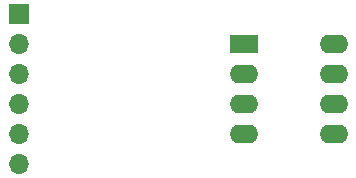
<source format=gbs>
G04 #@! TF.GenerationSoftware,KiCad,Pcbnew,7.0.1*
G04 #@! TF.CreationDate,2023-04-01T18:06:39+02:00*
G04 #@! TF.ProjectId,PMOD SPI Memory,504d4f44-2053-4504-9920-4d656d6f7279,V1.0*
G04 #@! TF.SameCoordinates,Original*
G04 #@! TF.FileFunction,Soldermask,Bot*
G04 #@! TF.FilePolarity,Negative*
%FSLAX46Y46*%
G04 Gerber Fmt 4.6, Leading zero omitted, Abs format (unit mm)*
G04 Created by KiCad (PCBNEW 7.0.1) date 2023-04-01 18:06:39*
%MOMM*%
%LPD*%
G01*
G04 APERTURE LIST*
%ADD10R,2.400000X1.600000*%
%ADD11O,2.400000X1.600000*%
%ADD12R,1.700000X1.700000*%
%ADD13O,1.700000X1.700000*%
G04 APERTURE END LIST*
D10*
X120650000Y-104140000D03*
D11*
X120650000Y-106680000D03*
X120650000Y-109220000D03*
X120650000Y-111760000D03*
X128270000Y-111760000D03*
X128270000Y-109220000D03*
X128270000Y-106680000D03*
X128270000Y-104140000D03*
D12*
X101600000Y-101600000D03*
D13*
X101600000Y-104140000D03*
X101600000Y-106680000D03*
X101600000Y-109220000D03*
X101600000Y-111760000D03*
X101600000Y-114300000D03*
M02*

</source>
